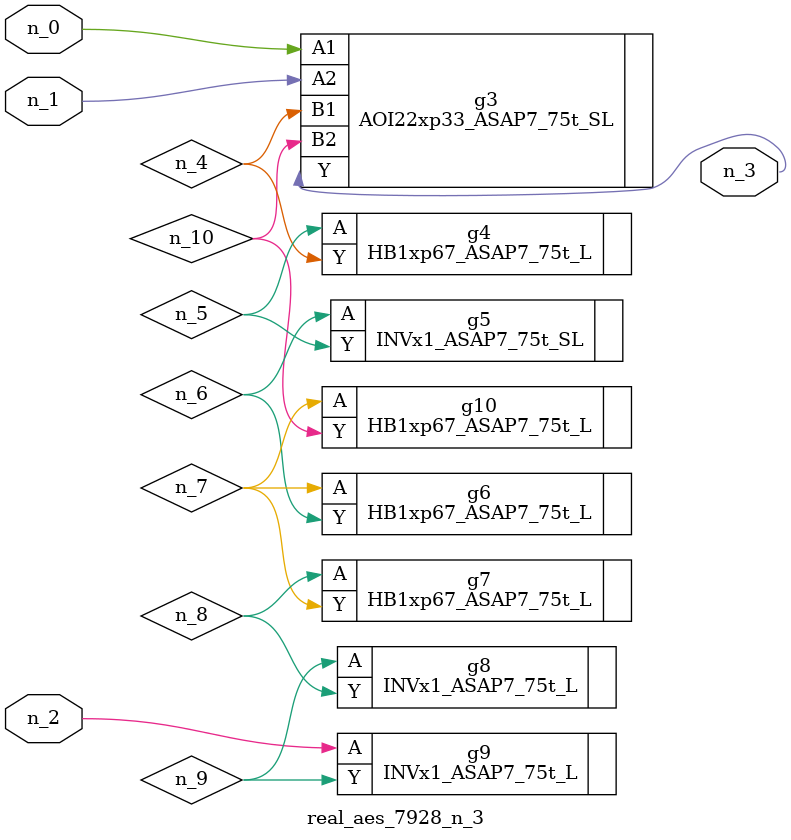
<source format=v>
module real_aes_7928_n_3 (n_0, n_2, n_1, n_3);
input n_0;
input n_2;
input n_1;
output n_3;
wire n_4;
wire n_5;
wire n_7;
wire n_8;
wire n_6;
wire n_9;
wire n_10;
AOI22xp33_ASAP7_75t_SL g3 ( .A1(n_0), .A2(n_1), .B1(n_4), .B2(n_10), .Y(n_3) );
INVx1_ASAP7_75t_L g9 ( .A(n_2), .Y(n_9) );
HB1xp67_ASAP7_75t_L g4 ( .A(n_5), .Y(n_4) );
INVx1_ASAP7_75t_SL g5 ( .A(n_6), .Y(n_5) );
HB1xp67_ASAP7_75t_L g6 ( .A(n_7), .Y(n_6) );
HB1xp67_ASAP7_75t_L g10 ( .A(n_7), .Y(n_10) );
HB1xp67_ASAP7_75t_L g7 ( .A(n_8), .Y(n_7) );
INVx1_ASAP7_75t_L g8 ( .A(n_9), .Y(n_8) );
endmodule
</source>
